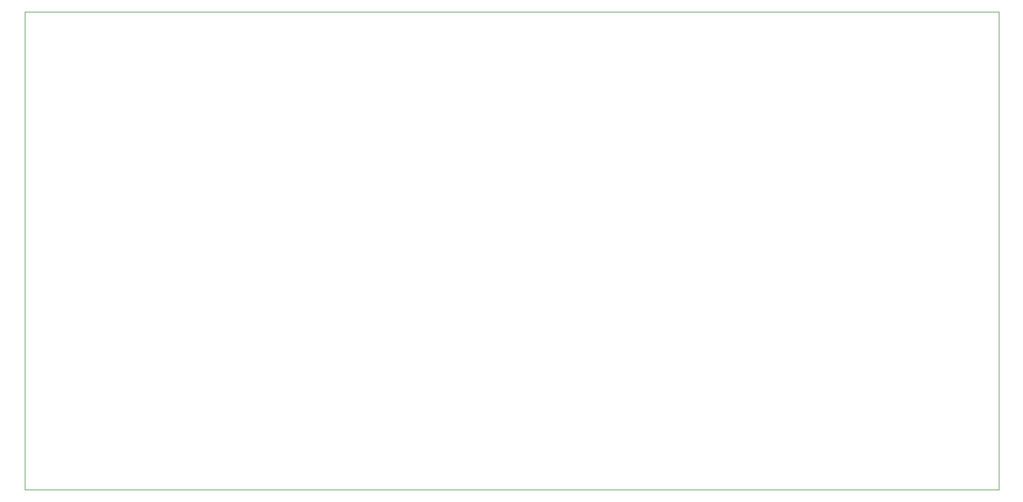
<source format=gbr>
G04 #@! TF.GenerationSoftware,KiCad,Pcbnew,(5.1.0-0)*
G04 #@! TF.CreationDate,2019-05-28T23:35:20+03:00*
G04 #@! TF.ProjectId,relelauta,72656c65-6c61-4757-9461-2e6b69636164,rev?*
G04 #@! TF.SameCoordinates,Original*
G04 #@! TF.FileFunction,Profile,NP*
%FSLAX46Y46*%
G04 Gerber Fmt 4.6, Leading zero omitted, Abs format (unit mm)*
G04 Created by KiCad (PCBNEW (5.1.0-0)) date 2019-05-28 23:35:20*
%MOMM*%
%LPD*%
G04 APERTURE LIST*
%ADD10C,0.050000*%
G04 APERTURE END LIST*
D10*
X43180000Y-106680000D02*
X43180000Y-38100000D01*
X182880000Y-106680000D02*
X43180000Y-106680000D01*
X182880000Y-38100000D02*
X182880000Y-106680000D01*
X43180000Y-38100000D02*
X182880000Y-38100000D01*
M02*

</source>
